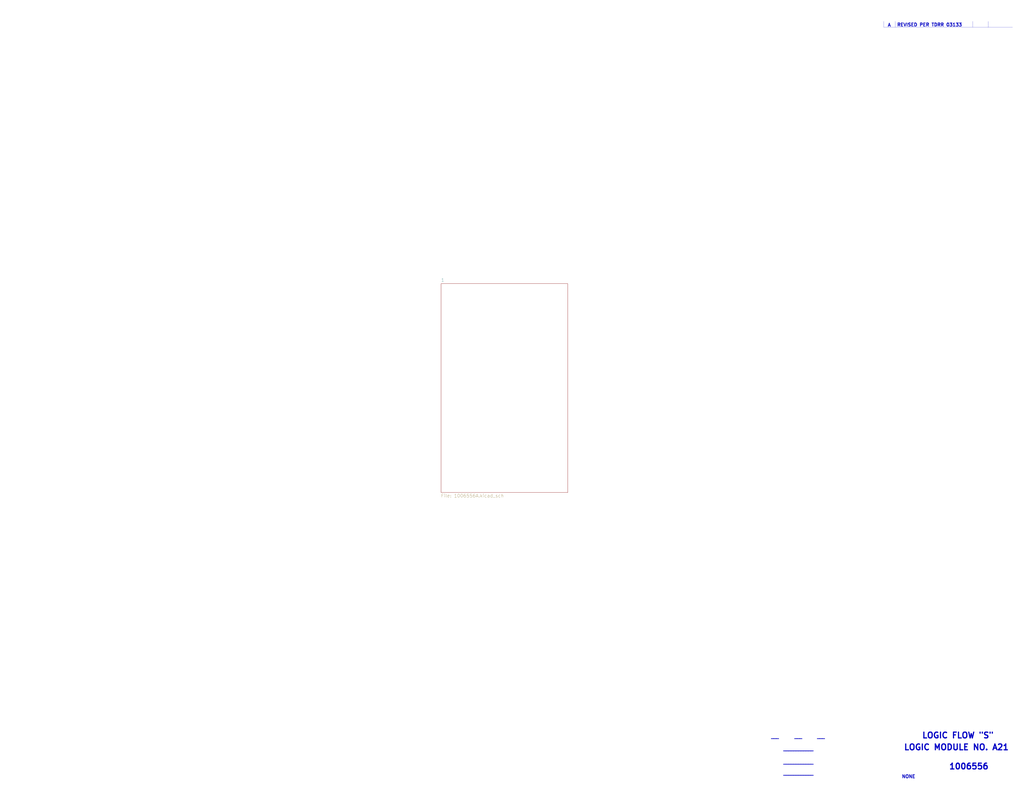
<source format=kicad_sch>
(kicad_sch (version 20211123) (generator eeschema)
  (paper "E")
  (lib_symbols)
  (polyline (pts (xy 964.5142 23.241) (xy 964.5142 29.718)) (stroke (width 0) (type solid)))
  (polyline (pts (xy 1061.7962 23.241) (xy 1061.7962 29.718)) (stroke (width 0) (type solid)))
  (polyline (pts (xy 1078.6872 23.368) (xy 1078.6872 29.845)) (stroke (width 0) (type solid)))
  (polyline (pts (xy 964.5142 29.718) (xy 1105.1032 29.718)) (stroke (width 0) (type solid)))
  (polyline (pts (xy 977.0872 23.241) (xy 977.0872 29.718)) (stroke (width 0) (type solid)))
  (text "NONE" (at 983.996 850.265 0) (effects (font (size 3.556 3.556) (thickness 0.7112) bold) (justify left bottom)))
  (text "____________" (at 854.6338 820.3946 0) (effects (font (size 3.556 3.556) (thickness 0.7112) bold) (justify left bottom)))
  (text "___" (at 866.6988 807.0596 0) (effects (font (size 3.556 3.556) (thickness 0.7112) bold) (justify left bottom)))
  (text "___" (at 891.4638 807.0596 0) (effects (font (size 3.556 3.556) (thickness 0.7112) bold) (justify left bottom)))
  (text "____________" (at 854.6338 847.0646 0) (effects (font (size 3.556 3.556) (thickness 0.7112) bold) (justify left bottom)))
  (text "___" (at 841.2988 807.0596 0) (effects (font (size 3.556 3.556) (thickness 0.7112) bold) (justify left bottom)))
  (text "1006556" (at 1035.431 840.867 0) (effects (font (size 6.35 6.35) (thickness 1.27) bold) (justify left bottom)))
  (text "REVISED PER TDRR 03133" (at 978.8652 29.337 0) (effects (font (size 3.556 3.556) (thickness 0.7112) bold) (justify left bottom)))
  (text "LOGIC MODULE NO. A21" (at 986.155 819.912 0) (effects (font (size 6.35 6.35) (thickness 1.27) bold) (justify left bottom)))
  (text "LOGIC FLOW \"S\"" (at 1005.967 806.958 0) (effects (font (size 6.35 6.35) (thickness 1.27) bold) (justify left bottom)))
  (text "____________" (at 854.6338 834.9996 0) (effects (font (size 3.556 3.556) (thickness 0.7112) bold) (justify left bottom)))
  (text "A" (at 968.5782 29.591 0) (effects (font (size 3.556 3.556) (thickness 0.7112) bold) (justify left bottom)))
  (sheet (at 481.33 309.88) (size 138.43 227.965)
    (property "Sheet name" "1" (at 481.33 308.0254 0) (effects (font (size 3.556 3.556)) (justify left bottom)))
    (property "Sheet file" "1006556A.kicad_sch" (at 481.33 539.344 0) (effects (font (size 3.556 3.556)) (justify left top)))
  )
)
</source>
